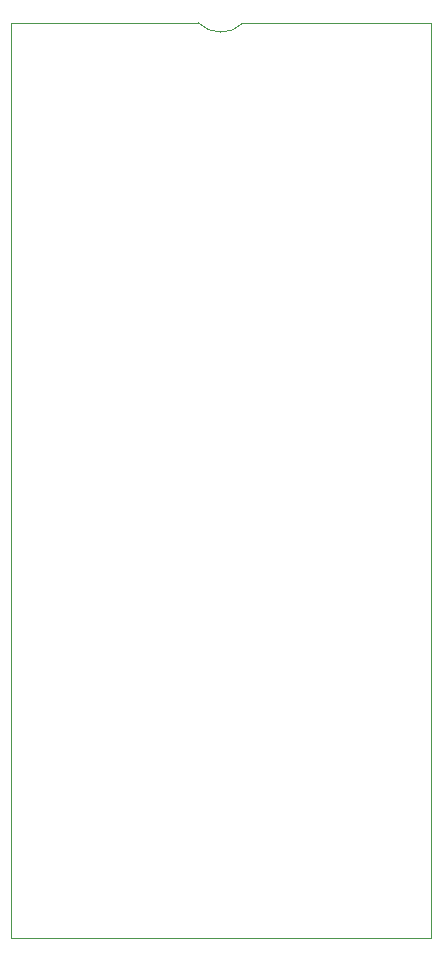
<source format=gm1>
%TF.GenerationSoftware,KiCad,Pcbnew,8.0.4*%
%TF.CreationDate,2024-08-07T10:54:25+02:00*%
%TF.ProjectId,DCJ11_Carrier,44434a31-315f-4436-9172-726965722e6b,rev?*%
%TF.SameCoordinates,Original*%
%TF.FileFunction,Profile,NP*%
%FSLAX46Y46*%
G04 Gerber Fmt 4.6, Leading zero omitted, Abs format (unit mm)*
G04 Created by KiCad (PCBNEW 8.0.4) date 2024-08-07 10:54:25*
%MOMM*%
%LPD*%
G01*
G04 APERTURE LIST*
%TA.AperFunction,Profile*%
%ADD10C,0.050000*%
%TD*%
G04 APERTURE END LIST*
D10*
X137794999Y-51434999D02*
G75*
G02*
X133985001Y-51434999I-1904999J1904999D01*
G01*
X153670000Y-128905000D02*
X153670000Y-51435000D01*
X153670000Y-51435000D02*
X137795000Y-51435000D01*
X153670000Y-128905000D02*
X147955000Y-128905000D01*
X118110000Y-128905000D02*
X147955000Y-128905000D01*
X118110000Y-51435000D02*
X118110000Y-128905000D01*
X118110000Y-51435000D02*
X133985001Y-51434999D01*
M02*

</source>
